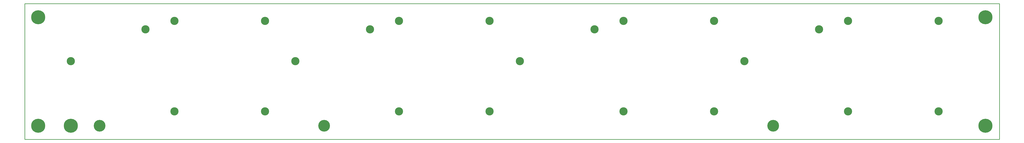
<source format=gbr>
G04 start of page 2 for group 0 idx 0 *
G04 Title: (unknown), top *
G04 Creator: pcb 20110918 *
G04 CreationDate: Wed 25 May 2016 01:59:12 PM GMT UTC *
G04 For: rz *
G04 Format: Gerber/RS-274X *
G04 PCB-Dimensions: 1692913 236220 *
G04 PCB-Coordinate-Origin: lower left *
%MOIN*%
%FSLAX25Y25*%
%LNTOP*%
%ADD17C,0.1220*%
%ADD16C,0.2000*%
%ADD15C,0.2400*%
%ADD14C,0.2040*%
%ADD13C,0.2440*%
%ADD12C,0.1420*%
%ADD11C,0.0100*%
G54D11*X0Y236220D02*Y220D01*
X1693000D01*
Y236220D01*
X0D01*
G54D12*X260000Y206220D03*
X417500Y48720D03*
Y206220D03*
X470000Y136220D03*
X80000D03*
X209900Y191320D03*
X260000Y48720D03*
X599900Y191320D03*
X989900D03*
X1379900D03*
X650000Y206220D03*
X807500D03*
X1040000D03*
X1197500D03*
X1430000D03*
X1587500D03*
X650000Y48720D03*
X1040000D03*
X1197500D03*
X1430000D03*
X1587500D03*
X807500D03*
X860000Y136220D03*
X1250000D03*
G54D13*X1668950Y212620D03*
Y23820D03*
X23600Y212620D03*
Y23820D03*
G54D14*X130000D03*
G54D13*X80000D03*
G54D14*X520000D03*
X1300000D03*
G54D15*G54D16*G54D15*G54D16*G54D17*M02*

</source>
